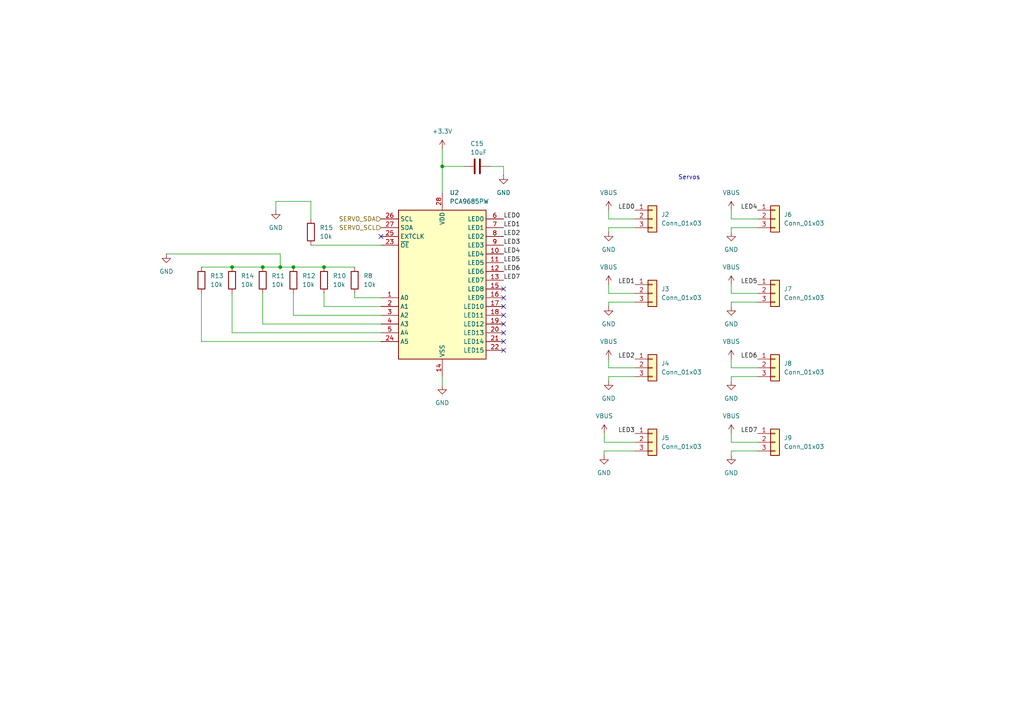
<source format=kicad_sch>
(kicad_sch (version 20250114) (generator "eeschema") (generator_version "9.0")
  (paper "A4")
  (lib_symbols
    (symbol "Connector_Generic:Conn_01x03" (pin_names (offset 1.016) (hide yes))
      (property "Reference" "J" (at 0 5.08 0))
      (property "Value" "Conn_01x03" (at 0 -5.08 0))
      (symbol "Conn_01x03_1_1"
        (rectangle (start -1.27 3.81) (end 1.27 -3.81) (stroke (width 0.254)) (fill (type background)))
        (rectangle (start -1.27 2.667) (end 0 2.413) (stroke (width 0.1524)))
        (rectangle (start -1.27 0.127) (end 0 -0.127) (stroke (width 0.1524)))
        (rectangle (start -1.27 -2.413) (end 0 -2.667) (stroke (width 0.1524)))
        (pin passive line (at -5.08 2.54 0) (length 3.81) (name "Pin_1") (number "1"))
        (pin passive line (at -5.08 0 0) (length 3.81) (name "Pin_2") (number "2"))
        (pin passive line (at -5.08 -2.54 0) (length 3.81) (name "Pin_3") (number "3"))
      )
    )
    (symbol "Device:C" (pin_numbers (hide yes)) (pin_names (offset 0.254))
      (property "Reference" "C" (at 0.635 2.54 0))
      (property "Value" "C" (at 0.635 -2.54 0))
      (symbol "C_0_1"
        (polyline (pts (xy -2.032 0.762) (xy 2.032 0.762)) (stroke (width 0.508)))
        (polyline (pts (xy -2.032 -0.762) (xy 2.032 -0.762)) (stroke (width 0.508)))
      )
      (symbol "C_1_1"
        (pin passive line (at 0 3.81 270) (length 2.794) (name "~") (number "1"))
        (pin passive line (at 0 -3.81 90) (length 2.794) (name "~") (number "2"))
      )
    )
    (symbol "Device:R" (pin_numbers (hide yes)) (pin_names (offset 0))
      (property "Reference" "R" (at 2.032 0 90))
      (property "Value" "R" (at 0 0 90))
      (symbol "R_0_1"
        (rectangle (start -1.016 -2.54) (end 1.016 2.54) (stroke (width 0.254)))
      )
      (symbol "R_1_1"
        (pin passive line (at 0 3.81 270) (length 1.27) (name "~") (number "1"))
        (pin passive line (at 0 -3.81 90) (length 1.27) (name "~") (number "2"))
      )
    )
    (symbol "Driver_LED:PCA9685PW"
      (property "Reference" "U" (at -12.7 22.225 0))
      (property "Value" "PCA9685PW" (at 1.27 22.225 0))
      (symbol "PCA9685PW_0_1"
        (rectangle (start -12.7 20.32) (end 12.7 -22.86) (stroke (width 0.254)) (fill (type background)))
      )
      (symbol "PCA9685PW_1_1"
        (pin input line (at -17.78 17.78 0) (length 5.08) (name "SCL") (number "26"))
        (pin bidirectional line (at -17.78 15.24 0) (length 5.08) (name "SDA") (number "27"))
        (pin input line (at -17.78 12.7 0) (length 5.08) (name "EXTCLK") (number "25"))
        (pin input line (at -17.78 10.16 0) (length 5.08) (name "~{OE}") (number "23"))
        (pin input line (at -17.78 -5.08 0) (length 5.08) (name "A0") (number "1"))
        (pin input line (at -17.78 -7.62 0) (length 5.08) (name "A1") (number "2"))
        (pin input line (at -17.78 -10.16 0) (length 5.08) (name "A2") (number "3"))
        (pin input line (at -17.78 -12.7 0) (length 5.08) (name "A3") (number "4"))
        (pin input line (at -17.78 -15.24 0) (length 5.08) (name "A4") (number "5"))
        (pin input line (at -17.78 -17.78 0) (length 5.08) (name "A5") (number "24"))
        (pin power_in line (at 0 25.4 270) (length 5.08) (name "VDD") (number "28"))
        (pin power_in line (at 0 -27.94 90) (length 5.08) (name "VSS") (number "14"))
        (pin output line (at 17.78 17.78 180) (length 5.08) (name "LED0") (number "6"))
        (pin output line (at 17.78 15.24 180) (length 5.08) (name "LED1") (number "7"))
        (pin output line (at 17.78 12.7 180) (length 5.08) (name "LED2") (number "8"))
        (pin output line (at 17.78 10.16 180) (length 5.08) (name "LED3") (number "9"))
        (pin output line (at 17.78 7.62 180) (length 5.08) (name "LED4") (number "10"))
        (pin output line (at 17.78 5.08 180) (length 5.08) (name "LED5") (number "11"))
        (pin output line (at 17.78 2.54 180) (length 5.08) (name "LED6") (number "12"))
        (pin output line (at 17.78 0 180) (length 5.08) (name "LED7") (number "13"))
        (pin output line (at 17.78 -2.54 180) (length 5.08) (name "LED8") (number "15"))
        (pin output line (at 17.78 -5.08 180) (length 5.08) (name "LED9") (number "16"))
        (pin output line (at 17.78 -7.62 180) (length 5.08) (name "LED10") (number "17"))
        (pin output line (at 17.78 -10.16 180) (length 5.08) (name "LED11") (number "18"))
        (pin output line (at 17.78 -12.7 180) (length 5.08) (name "LED12") (number "19"))
        (pin output line (at 17.78 -15.24 180) (length 5.08) (name "LED13") (number "20"))
        (pin output line (at 17.78 -17.78 180) (length 5.08) (name "LED14") (number "21"))
        (pin output line (at 17.78 -20.32 180) (length 5.08) (name "LED15") (number "22"))
      )
    )
    (symbol "power:+3.3V" (power) (pin_numbers (hide yes)) (pin_names (offset 0) (hide yes))
      (property "Value" "+3.3V" (at 0 3.556 0))
      (symbol "+3.3V_0_1"
        (polyline (pts (xy -0.762 1.27) (xy 0 2.54)))
        (polyline (pts (xy 0 2.54) (xy 0.762 1.27)))
        (polyline (pts (xy 0 0) (xy 0 2.54)))
      )
      (symbol "+3.3V_1_1"
        (pin power_in line (at 0 0 90) (length 0) (name "~") (number "1"))
      )
    )
    (symbol "power:GND" (power) (pin_numbers (hide yes)) (pin_names (offset 0) (hide yes))
      (property "Value" "GND" (at 0 -3.81 0))
      (symbol "GND_0_1"
        (polyline (pts (xy 0 0) (xy 0 -1.27) (xy 1.27 -1.27) (xy 0 -2.54) (xy -1.27 -1.27) (xy 0 -1.27)))
      )
      (symbol "GND_1_1"
        (pin power_in line (at 0 0 270) (length 0) (name "~") (number "1"))
      )
    )
    (symbol "power:VBUS" (power) (pin_numbers (hide yes)) (pin_names (offset 0) (hide yes))
      (property "Value" "VBUS" (at 0 3.556 0))
      (symbol "VBUS_0_1"
        (polyline (pts (xy -0.762 1.27) (xy 0 2.54)))
        (polyline (pts (xy 0 2.54) (xy 0.762 1.27)))
        (polyline (pts (xy 0 0) (xy 0 2.54)))
      )
      (symbol "VBUS_1_1"
        (pin power_in line (at 0 0 90) (length 0) (name "~") (number "1"))
      )
    )
  )
  (text "Servos" (at 199.898 51.562 0) (effects (font (size 1.27 1.27))))
  (junction (at 85.09 77.47))
  (junction (at 128.27 48.26))
  (junction (at 93.98 77.47))
  (junction (at 76.2 77.47))
  (junction (at 81.28 77.47))
  (junction (at 67.31 77.47))
  (no_connect (at 146.05 91.44))
  (no_connect (at 146.05 101.6))
  (no_connect (at 146.05 96.52))
  (no_connect (at 146.05 83.82))
  (no_connect (at 146.05 88.9))
  (no_connect (at 146.05 93.98))
  (no_connect (at 110.49 68.58))
  (no_connect (at 146.05 86.36))
  (no_connect (at 146.05 99.06))
  (wire (pts (xy 110.49 88.9) (xy 93.98 88.9)))
  (wire (pts (xy 176.53 87.63) (xy 184.15 87.63)))
  (wire (pts (xy 176.53 106.68) (xy 184.15 106.68)))
  (wire (pts (xy 212.09 104.14) (xy 212.09 106.68)))
  (wire (pts (xy 212.09 110.49) (xy 212.09 109.22)))
  (wire (pts (xy 90.17 63.5) (xy 90.17 58.42)))
  (wire (pts (xy 80.01 58.42) (xy 80.01 60.96)))
  (wire (pts (xy 176.53 104.14) (xy 176.53 106.68)))
  (wire (pts (xy 175.2161 130.81) (xy 184.15 130.81)))
  (wire (pts (xy 175.2161 132.0669) (xy 175.2161 130.81)))
  (wire (pts (xy 128.27 109.22) (xy 128.27 111.76)))
  (wire (pts (xy 146.05 48.26) (xy 146.05 50.8)))
  (wire (pts (xy 212.09 85.09) (xy 219.71 85.09)))
  (wire (pts (xy 93.98 88.9) (xy 93.98 85.09)))
  (wire (pts (xy 176.53 85.09) (xy 184.15 85.09)))
  (wire (pts (xy 142.24 48.26) (xy 146.05 48.26)))
  (wire (pts (xy 176.53 88.9) (xy 176.53 87.63)))
  (wire (pts (xy 48.26 73.66) (xy 81.28 73.66)))
  (wire (pts (xy 85.09 77.47) (xy 93.98 77.47)))
  (wire (pts (xy 93.98 77.47) (xy 102.87 77.47)))
  (wire (pts (xy 176.53 66.04) (xy 184.15 66.04)))
  (wire (pts (xy 176.53 67.31) (xy 176.53 66.04)))
  (wire (pts (xy 212.09 130.81) (xy 219.71 130.81)))
  (wire (pts (xy 212.09 109.22) (xy 219.71 109.22)))
  (wire (pts (xy 212.09 60.96) (xy 212.09 63.5)))
  (wire (pts (xy 212.09 63.5) (xy 219.71 63.5)))
  (wire (pts (xy 67.31 96.52) (xy 67.31 85.09)))
  (wire (pts (xy 176.53 82.55) (xy 176.53 85.09)))
  (wire (pts (xy 110.49 91.44) (xy 85.09 91.44)))
  (wire (pts (xy 212.09 125.73) (xy 212.09 128.27)))
  (wire (pts (xy 212.09 82.55) (xy 212.09 85.09)))
  (wire (pts (xy 176.53 110.49) (xy 176.53 109.22)))
  (wire (pts (xy 212.09 67.31) (xy 212.09 66.04)))
  (wire (pts (xy 128.27 43.18) (xy 128.27 48.26)))
  (wire (pts (xy 175.26 128.27) (xy 184.15 128.27)))
  (wire (pts (xy 212.09 128.27) (xy 219.71 128.27)))
  (wire (pts (xy 212.09 66.04) (xy 219.71 66.04)))
  (wire (pts (xy 212.09 106.68) (xy 219.71 106.68)))
  (wire (pts (xy 90.17 71.12) (xy 110.49 71.12)))
  (wire (pts (xy 76.2 77.47) (xy 81.28 77.47)))
  (wire (pts (xy 81.28 73.66) (xy 81.28 77.47)))
  (wire (pts (xy 212.09 88.9) (xy 212.09 87.63)))
  (wire (pts (xy 67.31 77.47) (xy 76.2 77.47)))
  (wire (pts (xy 110.49 96.52) (xy 67.31 96.52)))
  (wire (pts (xy 58.42 99.06) (xy 58.42 85.09)))
  (wire (pts (xy 176.53 63.5) (xy 184.15 63.5)))
  (wire (pts (xy 110.49 86.36) (xy 102.87 86.36)))
  (wire (pts (xy 76.2 93.98) (xy 76.2 85.09)))
  (wire (pts (xy 128.27 48.26) (xy 128.27 55.88)))
  (wire (pts (xy 110.49 99.06) (xy 58.42 99.06)))
  (wire (pts (xy 58.42 77.47) (xy 67.31 77.47)))
  (wire (pts (xy 212.09 87.63) (xy 219.71 87.63)))
  (wire (pts (xy 134.62 48.26) (xy 128.27 48.26)))
  (wire (pts (xy 175.26 128.27) (xy 175.26 125.73)))
  (wire (pts (xy 176.53 109.22) (xy 184.15 109.22)))
  (wire (pts (xy 176.53 60.96) (xy 176.53 63.5)))
  (wire (pts (xy 85.09 91.44) (xy 85.09 85.09)))
  (wire (pts (xy 90.17 58.42) (xy 80.01 58.42)))
  (wire (pts (xy 102.87 86.36) (xy 102.87 85.09)))
  (wire (pts (xy 212.09 132.08) (xy 212.09 130.81)))
  (wire (pts (xy 110.49 93.98) (xy 76.2 93.98)))
  (wire (pts (xy 81.28 77.47) (xy 85.09 77.47)))
  (label "LED0" (at 184.15 60.96 180))
  (label "LED2" (at 184.15 104.14 180))
  (label "LED6" (at 146.05 78.74 0))
  (label "LED1" (at 146.05 66.04 0))
  (label "LED5" (at 146.05 76.2 0))
  (label "LED3" (at 146.05 71.12 0))
  (label "LED3" (at 184.15 125.73 180))
  (label "LED6" (at 219.71 104.14 180))
  (label "LED2" (at 146.05 68.58 0))
  (label "LED7" (at 146.05 81.28 0))
  (label "LED4" (at 219.71 60.96 180))
  (label "LED5" (at 219.71 82.55 180))
  (label "LED1" (at 184.15 82.55 180))
  (label "LED0" (at 146.05 63.5 0))
  (label "LED4" (at 146.05 73.66 0))
  (label "LED7" (at 219.71 125.73 180))
  (hierarchical_label "SERVO_SDA" (shape input) (at 110.49 63.5 180))
  (hierarchical_label "SERVO_SCL" (shape input) (at 110.49 66.04 180))
  (symbol (lib_id "power:VBUS") (at 212.09 125.73 0) (unit 1)
    (property "Reference" "#PWR066" (effects (hide yes)))
    (property "Value" "VBUS" (at 212.09 120.65 0))
    (property "Description" "Power symbol creates a global label with name \"VBUS\"" (effects (hide yes)))
  )
  (symbol (lib_id "Device:R") (at 67.31 81.28 0) (unit 1)
    (property "Reference" "R14" (at 69.85 80.0099 0) (effects (justify left)))
    (property "Value" "10k" (at 69.85 82.5499 0) (effects (justify left)))
    (property "Description" "Resistor" (effects (hide yes)))
  )
  (symbol (lib_id "power:VBUS") (at 176.53 60.96 0) (unit 1)
    (property "Reference" "#PWR058" (effects (hide yes)))
    (property "Value" "VBUS" (at 176.53 55.88 0))
    (property "Description" "Power symbol creates a global label with name \"VBUS\"" (effects (hide yes)))
  )
  (symbol (lib_id "power:GND") (at 176.53 67.31 0) (unit 1)
    (property "Reference" "#PWR059" (effects (hide yes)))
    (property "Value" "GND" (at 176.53 72.39 0))
    (property "Description" "Power symbol creates a global label with name \"GND\" , ground" (effects (hide yes)))
  )
  (symbol (lib_id "Connector_Generic:Conn_01x03") (at 189.23 106.68 0) (unit 1)
    (property "Reference" "J4" (at 191.77 105.4099 0) (effects (justify left)))
    (property "Value" "Conn_01x03" (at 191.77 107.9499 0) (effects (justify left)))
    (property "Description" "Generic connector, single row, 01x03, script generated (kicad-library-utils/schlib/autogen/connector/)" (effects (hide yes)))
  )
  (symbol (lib_id "power:GND") (at 212.09 132.08 0) (unit 1)
    (property "Reference" "#PWR073" (effects (hide yes)))
    (property "Value" "GND" (at 212.09 137.16 0))
    (property "Description" "Power symbol creates a global label with name \"GND\" , ground" (effects (hide yes)))
  )
  (symbol (lib_id "Device:R") (at 90.17 67.31 0) (unit 1)
    (property "Reference" "R15" (at 92.71 66.0399 0) (effects (justify left)))
    (property "Value" "10k" (at 92.71 68.5799 0) (effects (justify left)))
    (property "Description" "Resistor" (effects (hide yes)))
  )
  (symbol (lib_id "Device:C") (at 138.43 48.26 270) (unit 1)
    (property "Reference" "C15" (at 136.398 41.656 90) (effects (justify left)))
    (property "Value" "10uF" (at 136.398 44.196 90) (effects (justify left)))
    (property "Footprint" "Capacitor_SMD:C_0603_1608Metric_Pad1.08x0.95mm_HandSolder" (effects (hide yes)))
    (property "Description" "Unpolarized capacitor" (effects (hide yes)))
  )
  (symbol (lib_id "power:GND") (at 212.09 88.9 0) (unit 1)
    (property "Reference" "#PWR069" (effects (hide yes)))
    (property "Value" "GND" (at 212.09 93.98 0))
    (property "Description" "Power symbol creates a global label with name \"GND\" , ground" (effects (hide yes)))
  )
  (symbol (lib_id "Device:R") (at 58.42 81.28 0) (unit 1)
    (property "Reference" "R13" (at 60.96 80.0099 0) (effects (justify left)))
    (property "Value" "10k" (at 60.96 82.5499 0) (effects (justify left)))
    (property "Description" "Resistor" (effects (hide yes)))
  )
  (symbol (lib_id "Device:R") (at 93.98 81.28 0) (unit 1)
    (property "Reference" "R10" (at 96.52 80.0099 0) (effects (justify left)))
    (property "Value" "10k" (at 96.52 82.5499 0) (effects (justify left)))
    (property "Description" "Resistor" (effects (hide yes)))
  )
  (symbol (lib_id "Connector_Generic:Conn_01x03") (at 224.79 85.09 0) (unit 1)
    (property "Reference" "J7" (at 227.33 83.8199 0) (effects (justify left)))
    (property "Value" "Conn_01x03" (at 227.33 86.3599 0) (effects (justify left)))
    (property "Description" "Generic connector, single row, 01x03, script generated (kicad-library-utils/schlib/autogen/connector/)" (effects (hide yes)))
  )
  (symbol (lib_id "Driver_LED:PCA9685PW") (at 128.27 81.28 0) (unit 1)
    (property "Reference" "U2" (at 130.4133 55.88 0) (effects (justify left)))
    (property "Value" "PCA9685PW" (at 130.4133 58.42 0) (effects (justify left)))
    (property "Footprint" "Package_SO:TSSOP-28_4.4x9.7mm_P0.65mm" (effects (hide yes)))
    (property "Datasheet" "http://www.nxp.com/docs/en/data-sheet/PCA9685.pdf" (effects (hide yes)))
    (property "Description" "16-channel 12-bit PWM Fm+ I2C-bus LED controller RGBA TSSOP" (effects (hide yes)))
  )
  (symbol (lib_id "Connector_Generic:Conn_01x03") (at 224.79 128.27 0) (unit 1)
    (property "Reference" "J9" (at 227.33 126.9999 0) (effects (justify left)))
    (property "Value" "Conn_01x03" (at 227.33 129.5399 0) (effects (justify left)))
    (property "Description" "Generic connector, single row, 01x03, script generated (kicad-library-utils/schlib/autogen/connector/)" (effects (hide yes)))
  )
  (symbol (lib_id "Connector_Generic:Conn_01x03") (at 189.23 128.27 0) (unit 1)
    (property "Reference" "J5" (at 191.77 126.9999 0) (effects (justify left)))
    (property "Value" "Conn_01x03" (at 191.77 129.5399 0) (effects (justify left)))
    (property "Description" "Generic connector, single row, 01x03, script generated (kicad-library-utils/schlib/autogen/connector/)" (effects (hide yes)))
  )
  (symbol (lib_id "power:GND") (at 212.09 67.31 0) (unit 1)
    (property "Reference" "#PWR067" (effects (hide yes)))
    (property "Value" "GND" (at 212.09 72.39 0))
    (property "Description" "Power symbol creates a global label with name \"GND\" , ground" (effects (hide yes)))
  )
  (symbol (lib_id "power:VBUS") (at 212.09 104.14 0) (unit 1)
    (property "Reference" "#PWR068" (effects (hide yes)))
    (property "Value" "VBUS" (at 212.09 99.06 0))
    (property "Description" "Power symbol creates a global label with name \"VBUS\"" (effects (hide yes)))
  )
  (symbol (lib_id "power:VBUS") (at 175.26 125.73 0) (unit 1)
    (property "Reference" "#PWR064" (effects (hide yes)))
    (property "Value" "VBUS" (at 175.26 120.65 0))
    (property "Description" "Power symbol creates a global label with name \"VBUS\"" (effects (hide yes)))
  )
  (symbol (lib_id "power:GND") (at 128.27 111.76 0) (unit 1)
    (property "Reference" "#PWR030" (effects (hide yes)))
    (property "Value" "GND" (at 128.27 116.84 0))
    (property "Description" "Power symbol creates a global label with name \"GND\" , ground" (effects (hide yes)))
  )
  (symbol (lib_id "power:GND") (at 176.53 110.49 0) (unit 1)
    (property "Reference" "#PWR063" (effects (hide yes)))
    (property "Value" "GND" (at 176.53 115.57 0))
    (property "Description" "Power symbol creates a global label with name \"GND\" , ground" (effects (hide yes)))
  )
  (symbol (lib_id "power:GND") (at 48.26 73.66 0) (unit 1)
    (property "Reference" "#PWR056" (effects (hide yes)))
    (property "Value" "GND" (at 48.26 78.74 0))
    (property "Description" "Power symbol creates a global label with name \"GND\" , ground" (effects (hide yes)))
  )
  (symbol (lib_id "Connector_Generic:Conn_01x03") (at 189.23 63.5 0) (unit 1)
    (property "Reference" "J2" (at 191.77 62.2299 0) (effects (justify left)))
    (property "Value" "Conn_01x03" (at 191.77 64.7699 0) (effects (justify left)))
    (property "Description" "Generic connector, single row, 01x03, script generated (kicad-library-utils/schlib/autogen/connector/)" (effects (hide yes)))
  )
  (symbol (lib_id "power:VBUS") (at 212.09 82.55 0) (unit 1)
    (property "Reference" "#PWR070" (effects (hide yes)))
    (property "Value" "VBUS" (at 212.09 77.47 0))
    (property "Description" "Power symbol creates a global label with name \"VBUS\"" (effects (hide yes)))
  )
  (symbol (lib_id "Device:R") (at 85.09 81.28 0) (unit 1)
    (property "Reference" "R12" (at 87.63 80.0099 0) (effects (justify left)))
    (property "Value" "10k" (at 87.63 82.5499 0) (effects (justify left)))
    (property "Description" "Resistor" (effects (hide yes)))
  )
  (symbol (lib_id "power:GND") (at 146.05 50.8 0) (unit 1)
    (property "Reference" "#PWR055" (effects (hide yes)))
    (property "Value" "GND" (at 146.05 55.88 0))
    (property "Description" "Power symbol creates a global label with name \"GND\" , ground" (effects (hide yes)))
  )
  (symbol (lib_id "power:+3.3V") (at 128.27 43.18 0) (unit 1)
    (property "Reference" "#PWR029" (effects (hide yes)))
    (property "Value" "+3.3V" (at 128.27 38.1 0))
    (property "Description" "Power symbol creates a global label with name \"+3.3V\"" (effects (hide yes)))
  )
  (symbol (lib_id "power:GND") (at 176.53 88.9 0) (unit 1)
    (property "Reference" "#PWR061" (effects (hide yes)))
    (property "Value" "GND" (at 176.53 93.98 0))
    (property "Description" "Power symbol creates a global label with name \"GND\" , ground" (effects (hide yes)))
  )
  (symbol (lib_id "power:VBUS") (at 176.53 82.55 0) (unit 1)
    (property "Reference" "#PWR060" (effects (hide yes)))
    (property "Value" "VBUS" (at 176.53 77.47 0))
    (property "Description" "Power symbol creates a global label with name \"VBUS\"" (effects (hide yes)))
  )
  (symbol (lib_id "power:VBUS") (at 212.09 60.96 0) (unit 1)
    (property "Reference" "#PWR072" (effects (hide yes)))
    (property "Value" "VBUS" (at 212.09 55.88 0))
    (property "Description" "Power symbol creates a global label with name \"VBUS\"" (effects (hide yes)))
  )
  (symbol (lib_id "power:GND") (at 175.2161 132.0669 0) (unit 1)
    (property "Reference" "#PWR065" (effects (hide yes)))
    (property "Value" "GND" (at 175.2161 137.1469 0))
    (property "Description" "Power symbol creates a global label with name \"GND\" , ground" (effects (hide yes)))
  )
  (symbol (lib_id "power:GND") (at 80.01 60.96 0) (unit 1)
    (property "Reference" "#PWR057" (effects (hide yes)))
    (property "Value" "GND" (at 80.01 66.04 0))
    (property "Description" "Power symbol creates a global label with name \"GND\" , ground" (effects (hide yes)))
  )
  (symbol (lib_id "Connector_Generic:Conn_01x03") (at 224.79 63.5 0) (unit 1)
    (property "Reference" "J6" (at 227.33 62.2299 0) (effects (justify left)))
    (property "Value" "Conn_01x03" (at 227.33 64.7699 0) (effects (justify left)))
    (property "Description" "Generic connector, single row, 01x03, script generated (kicad-library-utils/schlib/autogen/connector/)" (effects (hide yes)))
  )
  (symbol (lib_id "Device:R") (at 76.2 81.28 0) (unit 1)
    (property "Reference" "R11" (at 78.74 80.0099 0) (effects (justify left)))
    (property "Value" "10k" (at 78.74 82.5499 0) (effects (justify left)))
    (property "Description" "Resistor" (effects (hide yes)))
  )
  (symbol (lib_id "power:GND") (at 212.09 110.49 0) (unit 1)
    (property "Reference" "#PWR071" (effects (hide yes)))
    (property "Value" "GND" (at 212.09 115.57 0))
    (property "Description" "Power symbol creates a global label with name \"GND\" , ground" (effects (hide yes)))
  )
  (symbol (lib_id "Device:R") (at 102.87 81.28 0) (unit 1)
    (property "Reference" "R8" (at 105.41 80.0099 0) (effects (justify left)))
    (property "Value" "10k" (at 105.41 82.5499 0) (effects (justify left)))
    (property "Description" "Resistor" (effects (hide yes)))
  )
  (symbol (lib_id "power:VBUS") (at 176.53 104.14 0) (unit 1)
    (property "Reference" "#PWR062" (effects (hide yes)))
    (property "Value" "VBUS" (at 176.53 99.06 0))
    (property "Description" "Power symbol creates a global label with name \"VBUS\"" (effects (hide yes)))
  )
  (symbol (lib_id "Connector_Generic:Conn_01x03") (at 224.79 106.68 0) (unit 1)
    (property "Reference" "J8" (at 227.33 105.4099 0) (effects (justify left)))
    (property "Value" "Conn_01x03" (at 227.33 107.9499 0) (effects (justify left)))
    (property "Description" "Generic connector, single row, 01x03, script generated (kicad-library-utils/schlib/autogen/connector/)" (effects (hide yes)))
  )
  (symbol (lib_id "Connector_Generic:Conn_01x03") (at 189.23 85.09 0) (unit 1)
    (property "Reference" "J3" (at 191.77 83.8199 0) (effects (justify left)))
    (property "Value" "Conn_01x03" (at 191.77 86.3599 0) (effects (justify left)))
    (property "Description" "Generic connector, single row, 01x03, script generated (kicad-library-utils/schlib/autogen/connector/)" (effects (hide yes)))
  )
)
</source>
